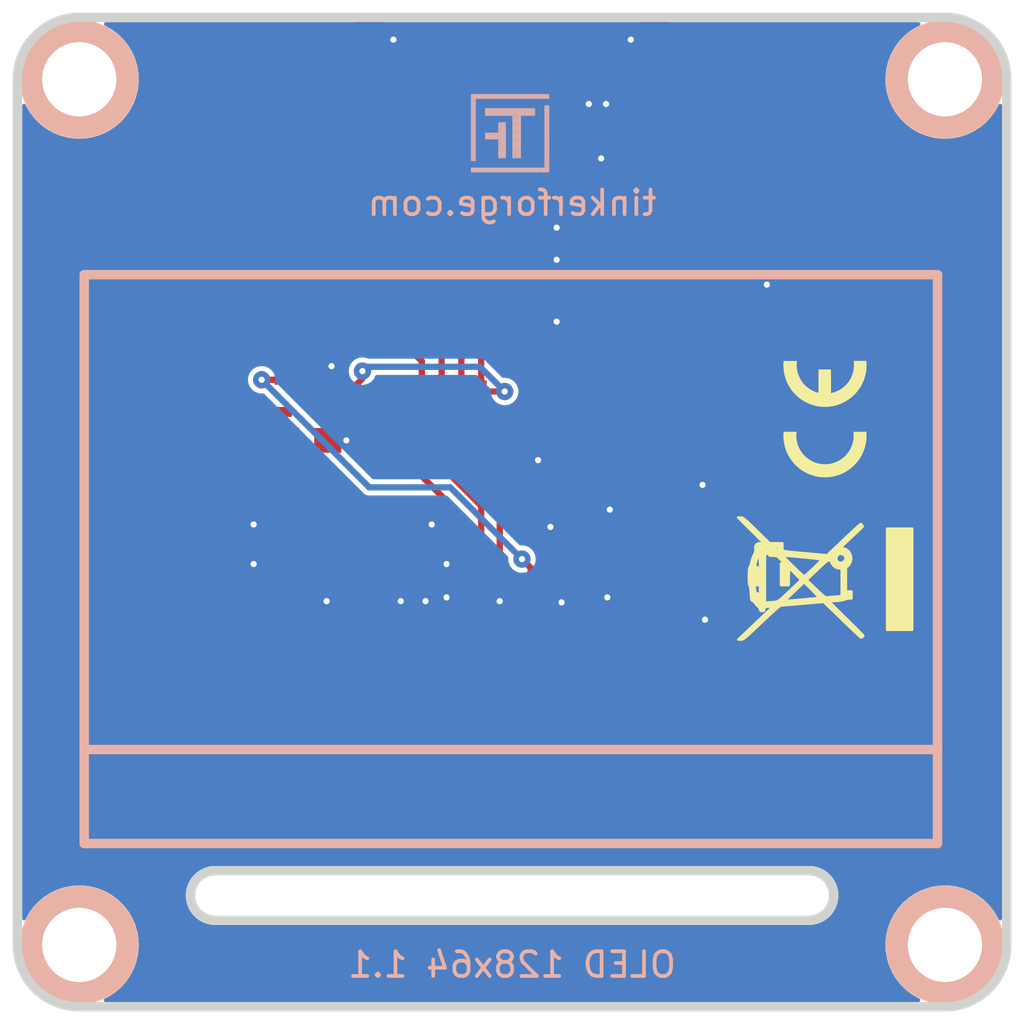
<source format=kicad_pcb>
(kicad_pcb (version 20221018) (generator pcbnew)
  (title_block (title "OLED 128x64 Bricklet") (date "2016-06-17") (rev "1.1") (company "Tinkerforfge GmbH") (comment 1 "Licensed under CERN OHL v.1.1") (comment 2 "Copyright (©) 2016, B.Nordmeyer <bastian@tinkerforge.com>"))
  (layers (0 "F.Cu" signal) (31 "B.Cu" signal) (34 "B.Paste" user) (35 "F.Paste" user) (36 "B.SilkS" user "B.Silkscreen") (37 "F.SilkS" user "F.Silkscreen") (38 "B.Mask" user) (39 "F.Mask" user) (44 "Edge.Cuts" user))
  (net 0 "")
  (net 1 "3V3")
  (net 2 "GND")
  (net 3 "Net-(P1-Pad4)")
  (net 4 "Net-(P1-Pad5)")
  (net 5 "Net-(P1-Pad6)")
  (net 6 "Net-(P1-Pad7)")
  (net 7 "Net-(P1-Pad8)")
  (net 8 "Net-(C7-Pad2)")
  (net 9 "Net-(C10-Pad2)")
  (net 10 "Net-(P1-Pad9)")
  (net 11 "Net-(P1-Pad10)")
  (net 12 "Net-(R1-Pad1)")
  (net 13 "Net-(C8-Pad1)")
  (net 14 "Net-(C8-Pad2)")
  (net 15 "Net-(C11-Pad2)")
  (net 16 "Net-(C10-Pad1)")
  (net 17 "Net-(U2-Pad4)")
  (net 18 "Net-(RP1-Pad5)")
  (net 19 "Net-(RP1-Pad6)")
  (net 20 "Net-(RP1-Pad7)")
  (net 21 "Net-(RP1-Pad8)")
  (net 22 "Net-(P1-Pad1)")
  (net 23 "Net-(U1-Pad7)")
  (net 24 "Net-(U3-Pad7)")
  (net 25 "Net-(U3-Pad20)")
  (footprint "kicad-libraries:CON-SENSOR" (layer "F.Cu") (at 154.1 121.6 180)
    (fp_text reference "P1")
    (fp_text value "CON-SENSOR")
    (pad "1" smd rect (at -4.50088 -4.7752 180) (size 0.59944 1.5494) (layers "F.Cu" "F.Paste" "F.Mask") (net 22 "Net-(P1-Pad1)"))
    (pad "2" smd rect (at -3.50012 -4.7752 180) (size 0.59944 1.5494) (layers "F.Cu" "F.Paste" "F.Mask") (net 2 "GND"))
    (pad "3" smd rect (at -2.49936 -4.7752 180) (size 0.59944 1.5494) (layers "F.Cu" "F.Paste" "F.Mask") (net 1 "3V3"))
    (pad "4" smd rect (at -1.50114 -4.7752 180) (size 0.59944 1.5494) (layers "F.Cu" "F.Paste" "F.Mask") (net 3 "Net-(P1-Pad4)"))
    (pad "5" smd rect (at -0.50038 -4.7752 180) (size 0.59944 1.5494) (layers "F.Cu" "F.Paste" "F.Mask") (net 4 "Net-(P1-Pad5)"))
    (pad "6" smd rect (at 0.50038 -4.7752 180) (size 0.59944 1.5494) (layers "F.Cu" "F.Paste" "F.Mask") (net 5 "Net-(P1-Pad6)"))
    (pad "7" smd rect (at 1.50114 -4.7752 180) (size 0.59944 1.5494) (layers "F.Cu" "F.Paste" "F.Mask") (net 6 "Net-(P1-Pad7)"))
    (pad "8" smd rect (at 2.49936 -4.7752 180) (size 0.59944 1.5494) (layers "F.Cu" "F.Paste" "F.Mask") (net 7 "Net-(P1-Pad8)"))
    (pad "9" smd rect (at 3.50012 -4.7752 180) (size 0.59944 1.5494) (layers "F.Cu" "F.Paste" "F.Mask") (net 10 "Net-(P1-Pad9)"))
    (pad "10" smd rect (at 4.50088 -4.7752 180) (size 0.59944 1.5494) (layers "F.Cu" "F.Paste" "F.Mask") (net 11 "Net-(P1-Pad10)"))
    (pad "EP" smd rect (at -5.79882 -0.89916 180) (size 1.19888 1.80086) (layers "F.Cu" "F.Paste" "F.Mask") (net 2 "GND"))
    (pad "EP" smd rect (at 5.79882 -0.89916 180) (size 1.19888 1.80086) (layers "F.Cu" "F.Paste" "F.Mask") (net 2 "GND"))
  )
  (footprint "kicad-libraries:SOIC8" (layer "F.Cu") (at 159.8 132 -90)
    (fp_text reference "U1")
    (fp_text value "M24C64")
    (pad "1" smd rect (at -1.90246 2.69748 90) (size 0.59944 1.5494) (layers "F.Cu" "F.Paste" "F.Mask") (net 2 "GND"))
    (pad "2" smd rect (at -0.63246 2.69748 90) (size 0.59944 1.5494) (layers "F.Cu" "F.Paste" "F.Mask") (net 2 "GND"))
    (pad "3" smd rect (at 0.63246 2.69748 90) (size 0.59944 1.5494) (layers "F.Cu" "F.Paste" "F.Mask") (net 5 "Net-(P1-Pad6)"))
    (pad "4" smd rect (at 1.90246 2.69748 90) (size 0.59944 1.5494) (layers "F.Cu" "F.Paste" "F.Mask") (net 2 "GND"))
    (pad "5" smd rect (at 1.90246 -2.69748 270) (size 0.59944 1.5494) (layers "F.Cu" "F.Paste" "F.Mask") (net 4 "Net-(P1-Pad5)"))
    (pad "6" smd rect (at 0.63246 -2.69748 270) (size 0.59944 1.5494) (layers "F.Cu" "F.Paste" "F.Mask") (net 3 "Net-(P1-Pad4)"))
    (pad "7" smd rect (at -0.63246 -2.69748 270) (size 0.59944 1.5494) (layers "F.Cu" "F.Paste" "F.Mask") (net 23 "Net-(U1-Pad7)"))
    (pad "8" smd rect (at -1.90246 -2.69748 270) (size 0.59944 1.5494) (layers "F.Cu" "F.Paste" "F.Mask") (net 1 "3V3"))
  )
  (footprint "kicad-libraries:DRILL_NP" (layer "F.Cu") (at 136.6 124.1)
    (fp_text reference "U4" hide)
    (fp_text value "DRILL" hide)
    (pad "" np_thru_hole circle (at 0 0) (size 2.99974 2.99974) (drill 2.99974) (layers "*.Cu" "*.Mask" "F.SilkS") (clearance 0.89916))
  )
  (footprint "kicad-libraries:DRILL_NP" (layer "F.Cu") (at 171.6 124.1)
    (fp_text reference "U5" hide)
    (fp_text value "DRILL" hide)
    (pad "" np_thru_hole circle (at 0 0) (size 2.99974 2.99974) (drill 2.99974) (layers "*.Cu" "*.Mask" "F.SilkS") (clearance 0.89916))
  )
  (footprint "kicad-libraries:DRILL_NP" (layer "F.Cu") (at 171.6 159.1)
    (fp_text reference "U6" hide)
    (fp_text value "DRILL" hide)
    (pad "" np_thru_hole circle (at 0 0) (size 2.99974 2.99974) (drill 2.99974) (layers "*.Cu" "*.Mask" "F.SilkS") (clearance 0.89916))
  )
  (footprint "kicad-libraries:WEEE_7mm" (layer "F.Cu") (at 166.75 144.3 90)
    (fp_text reference "G***" hide)
    (fp_text value "LOGO" hide)
  )
  (footprint "kicad-libraries:CE_5mm" (layer "F.Cu") (at 166.75 137.8 90)
    (fp_text reference "VAL" hide)
    (fp_text value "CE_5mm" hide)
  )
  (footprint "kicad-libraries:Fiducial_Mark" (layer "F.Cu") (at 167.1 123.1)
    (fp_text reference "Fiducial_Mark" hide)
    (fp_text value "VAL**" hide)
    (pad "1" smd circle (at 0 0) (size 1.00076 1.00076) (layers "F.Cu" "F.Mask") (clearance 0.65024))
  )
  (footprint "kicad-libraries:Fiducial_Mark" (layer "F.Cu") (at 141.1 123.1)
    (fp_text reference "Fiducial_Mark" hide)
    (fp_text value "VAL**" hide)
    (pad "1" smd circle (at 0 0) (size 1.00076 1.00076) (layers "F.Cu" "F.Mask") (clearance 0.65024))
  )
  (footprint "kicad-libraries:Fiducial_Mark" (layer "F.Cu") (at 169.6 154.6)
    (fp_text reference "Fiducial_Mark" hide)
    (fp_text value "VAL**" hide)
    (pad "1" smd circle (at 0 0) (size 1.00076 1.00076) (layers "F.Cu" "F.Mask") (clearance 0.65024))
  )
  (footprint "kicad-libraries:0603X4" (layer "F.Cu") (at 151.65 137.575)
    (fp_text reference "RP1")
    (fp_text value "2k2")
    (pad "1" smd rect (at 1.19888 -0.8509) (size 0.44958 0.89916) (layers "F.Cu" "F.Paste" "F.Mask") (net 6 "Net-(P1-Pad7)"))
    (pad "2" smd rect (at 0.39878 -0.8509) (size 0.44958 0.89916) (layers "F.Cu" "F.Paste" "F.Mask") (net 7 "Net-(P1-Pad8)"))
    (pad "3" smd rect (at -0.39878 -0.8509) (size 0.44958 0.89916) (layers "F.Cu" "F.Paste" "F.Mask") (net 10 "Net-(P1-Pad9)"))
    (pad "4" smd rect (at -1.19888 -0.8509) (size 0.44958 0.89916) (layers "F.Cu" "F.Paste" "F.Mask") (net 11 "Net-(P1-Pad10)"))
    (pad "5" smd rect (at -1.19888 0.8509) (size 0.44958 0.89916) (layers "F.Cu" "F.Paste" "F.Mask") (net 18 "Net-(RP1-Pad5)"))
    (pad "6" smd rect (at -0.39878 0.8509) (size 0.44958 0.89916) (layers "F.Cu" "F.Paste" "F.Mask") (net 19 "Net-(RP1-Pad6)"))
    (pad "7" smd rect (at 0.39878 0.8509) (size 0.44958 0.89916) (layers "F.Cu" "F.Paste" "F.Mask") (net 20 "Net-(RP1-Pad7)"))
    (pad "8" smd rect (at 1.19888 0.8509) (size 0.44958 0.89916) (layers "F.Cu" "F.Paste" "F.Mask") (net 21 "Net-(RP1-Pad8)"))
  )
  (footprint "kicad-libraries:DRILL_NP" (layer "F.Cu") (at 136.6 159.1)
    (fp_text reference "U7" hide)
    (fp_text value "DRILL" hide)
    (pad "" np_thru_hole circle (at 0 0) (size 2.99974 2.99974) (drill 2.99974) (layers "*.Cu" "*.Mask" "F.SilkS") (clearance 0.89916))
  )
  (footprint "kicad-libraries:SC70-5" (layer "F.Cu") (at 145.8 136.9 90)
    (fp_text reference "U2")
    (fp_text value "SNGL_NAND")
    (pad "1" smd rect (at -0.65 0.95 90) (size 0.4 0.7) (layers "F.Cu" "F.Paste" "F.Mask") (net 11 "Net-(P1-Pad10)"))
    (pad "2" smd rect (at 0 0.95 90) (size 0.4 0.7) (layers "F.Cu" "F.Paste" "F.Mask") (net 6 "Net-(P1-Pad7)"))
    (pad "3" smd rect (at 0.65 0.95 90) (size 0.4 0.7) (layers "F.Cu" "F.Paste" "F.Mask") (net 2 "GND"))
    (pad "4" smd rect (at 0.65 -0.95 90) (size 0.4 0.7) (layers "F.Cu" "F.Paste" "F.Mask") (net 17 "Net-(U2-Pad4)"))
    (pad "5" smd rect (at -0.65 -0.95 90) (size 0.4 0.7) (layers "F.Cu" "F.Paste" "F.Mask") (net 1 "3V3"))
  )
  (footprint "kicad-libraries:ER-CON30HT-1" (layer "F.Cu") (at 154.1 146.6)
    (fp_text reference "U3")
    (fp_text value "OLED013")
    (pad "" smd rect (at -8.79 2.325) (size 2 3) (layers "F.Cu" "F.Paste" "F.Mask"))
    (pad "" smd rect (at 8.79 2.325) (size 2 3) (layers "F.Cu" "F.Paste" "F.Mask"))
    (pad "1" smd rect (at 7.25 -0.2) (size 0.3 1.6) (layers "F.Cu" "F.Paste" "F.Mask") (net 2 "GND"))
    (pad "2" smd rect (at 6.75 -0.2) (size 0.3 1.6) (layers "F.Cu" "F.Paste" "F.Mask") (net 9 "Net-(C10-Pad2)"))
    (pad "3" smd rect (at 6.25 -0.2) (size 0.3 1.6) (layers "F.Cu" "F.Paste" "F.Mask") (net 16 "Net-(C10-Pad1)"))
    (pad "4" smd rect (at 5.75 -0.2) (size 0.3 1.6) (layers "F.Cu" "F.Paste" "F.Mask") (net 14 "Net-(C8-Pad2)"))
    (pad "5" smd rect (at 5.25 -0.2) (size 0.3 1.6) (layers "F.Cu" "F.Paste" "F.Mask") (net 13 "Net-(C8-Pad1)"))
    (pad "6" smd rect (at 4.75 -0.2) (size 0.3 1.6) (layers "F.Cu" "F.Paste" "F.Mask") (net 1 "3V3"))
    (pad "7" smd rect (at 4.25 -0.2) (size 0.3 1.6) (layers "F.Cu" "F.Paste" "F.Mask") (net 24 "Net-(U3-Pad7)"))
    (pad "8" smd rect (at 3.75 -0.2) (size 0.3 1.6) (layers "F.Cu" "F.Paste" "F.Mask") (net 2 "GND"))
    (pad "9" smd rect (at 3.25 -0.2) (size 0.3 1.6) (layers "F.Cu" "F.Paste" "F.Mask") (net 1 "3V3"))
    (pad "10" smd rect (at 2.75 -0.2) (size 0.3 1.6) (layers "F.Cu" "F.Paste" "F.Mask") (net 2 "GND"))
    (pad "11" smd rect (at 2.25 -0.2) (size 0.3 1.6) (layers "F.Cu" "F.Paste" "F.Mask") (net 2 "GND"))
    (pad "12" smd rect (at 1.75 -0.2) (size 0.3 1.6) (layers "F.Cu" "F.Paste" "F.Mask") (net 2 "GND"))
    (pad "13" smd rect (at 1.25 -0.2) (size 0.3 1.6) (layers "F.Cu" "F.Paste" "F.Mask") (net 21 "Net-(RP1-Pad8)"))
    (pad "14" smd rect (at 0.75 -0.2) (size 0.3 1.6) (layers "F.Cu" "F.Paste" "F.Mask") (net 17 "Net-(U2-Pad4)"))
    (pad "15" smd rect (at 0.25 -0.2) (size 0.3 1.6) (layers "F.Cu" "F.Paste" "F.Mask") (net 20 "Net-(RP1-Pad7)"))
    (pad "16" smd rect (at -0.25 -0.2) (size 0.3 1.6) (layers "F.Cu" "F.Paste" "F.Mask") (net 2 "GND"))
    (pad "17" smd rect (at -0.75 -0.2) (size 0.3 1.6) (layers "F.Cu" "F.Paste" "F.Mask") (net 2 "GND"))
    (pad "18" smd rect (at -1.25 -0.2) (size 0.3 1.6) (layers "F.Cu" "F.Paste" "F.Mask") (net 19 "Net-(RP1-Pad6)"))
    (pad "19" smd rect (at -1.75 -0.2) (size 0.3 1.6) (layers "F.Cu" "F.Paste" "F.Mask") (net 18 "Net-(RP1-Pad5)"))
    (pad "20" smd rect (at -2.25 -0.2) (size 0.3 1.6) (layers "F.Cu" "F.Paste" "F.Mask") (net 25 "Net-(U3-Pad20)"))
    (pad "21" smd rect (at -2.75 -0.2) (size 0.3 1.6) (layers "F.Cu" "F.Paste" "F.Mask") (net 2 "GND"))
    (pad "22" smd rect (at -3.25 -0.2) (size 0.3 1.6) (layers "F.Cu" "F.Paste" "F.Mask") (net 2 "GND"))
    (pad "23" smd rect (at -3.75 -0.2) (size 0.3 1.6) (layers "F.Cu" "F.Paste" "F.Mask") (net 2 "GND"))
    (pad "24" smd rect (at -4.24 -0.2) (size 0.3 1.6) (layers "F.Cu" "F.Paste" "F.Mask") (net 2 "GND"))
    (pad "25" smd rect (at -4.75 -0.2) (size 0.3 1.6) (layers "F.Cu" "F.Paste" "F.Mask") (net 2 "GND"))
    (pad "26" smd rect (at -5.25 -0.2) (size 0.3 1.6) (layers "F.Cu" "F.Paste" "F.Mask") (net 12 "Net-(R1-Pad1)"))
    (pad "27" smd rect (at -5.75 -0.2) (size 0.3 1.6) (layers "F.Cu" "F.Paste" "F.Mask") (net 8 "Net-(C7-Pad2)"))
    (pad "28" smd rect (at -6.25 -0.2) (size 0.3 1.6) (layers "F.Cu" "F.Paste" "F.Mask") (net 15 "Net-(C11-Pad2)"))
    (pad "29" smd rect (at -6.75 -0.2) (size 0.3 1.6) (layers "F.Cu" "F.Paste" "F.Mask") (net 2 "GND"))
    (pad "30" smd rect (at -7.25 -0.2) (size 0.3 1.6) (layers "F.Cu" "F.Paste" "F.Mask") (net 2 "GND"))
  )
  (footprint "kicad-libraries:C0603E" (layer "F.Cu") (at 164.4 130.9 90)
    (fp_text reference "C1")
    (fp_text value "100nF")
    (pad "1" smd rect (at -0.8501 0 90) (size 1.1 1) (layers "F.Cu" "F.Paste" "F.Mask") (net 2 "GND"))
    (pad "2" smd rect (at 0.8501 0 90) (size 1.1 1) (layers "F.Cu" "F.Paste" "F.Mask") (net 1 "3V3"))
  )
  (footprint "kicad-libraries:C0603E" (layer "F.Cu") (at 145.8 138.7 180)
    (fp_text reference "C2")
    (fp_text value "100nF")
    (pad "1" smd rect (at -0.8501 0 180) (size 1.1 1) (layers "F.Cu" "F.Paste" "F.Mask") (net 2 "GND"))
    (pad "2" smd rect (at 0.8501 0 180) (size 1.1 1) (layers "F.Cu" "F.Paste" "F.Mask") (net 1 "3V3"))
  )
  (footprint "kicad-libraries:C0805" (layer "F.Cu") (at 156.15 140.5)
    (fp_text reference "C3")
    (fp_text value "4.7µF/25V")
    (pad "1" smd rect (at -1.00076 0) (size 1.00076 1.24968) (layers "F.Cu" "F.Paste" "F.Mask") (net 2 "GND") (clearance 0.14986))
    (pad "2" smd rect (at 1.00076 0) (size 1.00076 1.24968) (layers "F.Cu" "F.Paste" "F.Mask") (net 1 "3V3") (clearance 0.14986))
  )
  (footprint "kicad-libraries:C0603E" (layer "F.Cu") (at 156.5 143.05 -90)
    (fp_text reference "C4")
    (fp_text value "100nF")
    (pad "1" smd rect (at -0.8501 0 270) (size 1.1 1) (layers "F.Cu" "F.Paste" "F.Mask") (net 2 "GND"))
    (pad "2" smd rect (at 0.8501 0 270) (size 1.1 1) (layers "F.Cu" "F.Paste" "F.Mask") (net 1 "3V3"))
  )
  (footprint "kicad-libraries:C0805" (layer "F.Cu") (at 159.95 140.5 180)
    (fp_text reference "C5")
    (fp_text value "4.7µF/25V")
    (pad "1" smd rect (at -1.00076 0 180) (size 1.00076 1.24968) (layers "F.Cu" "F.Paste" "F.Mask") (net 2 "GND") (clearance 0.14986))
    (pad "2" smd rect (at 1.00076 0 180) (size 1.00076 1.24968) (layers "F.Cu" "F.Paste" "F.Mask") (net 1 "3V3") (clearance 0.14986))
  )
  (footprint "kicad-libraries:C0603E" (layer "F.Cu") (at 158.25 143.05 -90)
    (fp_text reference "C6")
    (fp_text value "100nF")
    (pad "1" smd rect (at -0.8501 0 270) (size 1.1 1) (layers "F.Cu" "F.Paste" "F.Mask") (net 2 "GND"))
    (pad "2" smd rect (at 0.8501 0 270) (size 1.1 1) (layers "F.Cu" "F.Paste" "F.Mask") (net 1 "3V3"))
  )
  (footprint "kicad-libraries:C0805" (layer "F.Cu") (at 149 142.1 180)
    (fp_text reference "C7")
    (fp_text value "4.7µF/25V")
    (pad "1" smd rect (at -1.00076 0 180) (size 1.00076 1.24968) (layers "F.Cu" "F.Paste" "F.Mask") (net 2 "GND") (clearance 0.14986))
    (pad "2" smd rect (at 1.00076 0 180) (size 1.00076 1.24968) (layers "F.Cu" "F.Paste" "F.Mask") (net 8 "Net-(C7-Pad2)") (clearance 0.14986))
  )
  (footprint "kicad-libraries:C0603E" (layer "F.Cu") (at 160.3 143.05 -90)
    (fp_text reference "C8")
    (fp_text value "1µF")
    (pad "1" smd rect (at -0.8501 0 270) (size 1.1 1) (layers "F.Cu" "F.Paste" "F.Mask") (net 13 "Net-(C8-Pad1)"))
    (pad "2" smd rect (at 0.8501 0 270) (size 1.1 1) (layers "F.Cu" "F.Paste" "F.Mask") (net 14 "Net-(C8-Pad2)"))
  )
  (footprint "kicad-libraries:C0805" (layer "F.Cu") (at 145.5 142.1)
    (fp_text reference "C9")
    (fp_text value "10µF")
    (pad "1" smd rect (at -1.00076 0) (size 1.00076 1.24968) (layers "F.Cu" "F.Paste" "F.Mask") (net 2 "GND") (clearance 0.14986))
    (pad "2" smd rect (at 1.00076 0) (size 1.00076 1.24968) (layers "F.Cu" "F.Paste" "F.Mask") (net 15 "Net-(C11-Pad2)") (clearance 0.14986))
  )
  (footprint "kicad-libraries:C0603E" (layer "F.Cu") (at 161.8 143.05 90)
    (fp_text reference "C10")
    (fp_text value "1µF")
    (pad "1" smd rect (at -0.8501 0 90) (size 1.1 1) (layers "F.Cu" "F.Paste" "F.Mask") (net 16 "Net-(C10-Pad1)"))
    (pad "2" smd rect (at 0.8501 0 90) (size 1.1 1) (layers "F.Cu" "F.Paste" "F.Mask") (net 9 "Net-(C10-Pad2)"))
  )
  (footprint "kicad-libraries:C0603E" (layer "F.Cu") (at 145.4 143.7)
    (fp_text reference "C11")
    (fp_text value "100nF")
    (pad "1" smd rect (at -0.8501 0) (size 1.1 1) (layers "F.Cu" "F.Paste" "F.Mask") (net 2 "GND"))
    (pad "2" smd rect (at 0.8501 0) (size 1.1 1) (layers "F.Cu" "F.Paste" "F.Mask") (net 15 "Net-(C11-Pad2)"))
  )
  (footprint "kicad-libraries:R0603E" (layer "F.Cu") (at 149.7 143.7)
    (fp_text reference "R1")
    (fp_text value "390k")
    (pad "1" smd rect (at -0.8501 0) (size 1.1 1) (layers "F.Cu" "F.Paste" "F.Mask") (net 12 "Net-(R1-Pad1)"))
    (pad "2" smd rect (at 0.8501 0) (size 1.1 1) (layers "F.Cu" "F.Paste" "F.Mask") (net 2 "GND"))
  )
  (footprint "kicad-libraries:Logo_31x31" (layer "B.Cu") (at 155.6 124.7 180)
    (fp_text reference "G***" hide)
    (fp_text value "LOGO" hide)
  )
  (gr_line (start 136.8 155) (end 171.3 155) (stroke (width 0.381)) (layer "B.SilkS"))
  (gr_line (start 136.8 132) (end 171.3 132) (stroke (width 0.381)) (layer "B.SilkS"))
  (gr_line (start 171.3 132) (end 171.3 151.2) (stroke (width 0.381)) (layer "B.SilkS"))
  (gr_line (start 171.3 155) (end 171.3 151.2) (stroke (width 0.381)) (layer "B.SilkS"))
  (gr_line (start 136.8 151.2) (end 136.8 132) (stroke (width 0.381)) (layer "B.SilkS"))
  (gr_line (start 171.3 151.2) (end 136.8 151.2) (stroke (width 0.381)) (layer "B.SilkS"))
  (gr_line (start 136.8 151.2) (end 136.8 155) (stroke (width 0.381)) (layer "B.SilkS"))
  (gr_arc (start 141.1 157.1) (mid 141.392893 156.392893) (end 142.1 156.1) (stroke (width 0.381)) (layer "Edge.Cuts"))
  (gr_line (start 166.1 158.1) (end 142.1 158.1) (stroke (width 0.381)) (layer "Edge.Cuts"))
  (gr_line (start 174.1 159.1) (end 174.1 124.1) (stroke (width 0.381)) (layer "Edge.Cuts"))
  (gr_line (start 171.6 121.6) (end 136.6 121.6) (stroke (width 0.381)) (layer "Edge.Cuts"))
  (gr_line (start 142.1 156.1) (end 166.1 156.1) (stroke (width 0.381)) (layer "Edge.Cuts"))
  (gr_arc (start 142.1 158.1) (mid 141.392893 157.807107) (end 141.1 157.1) (stroke (width 0.381)) (layer "Edge.Cuts"))
  (gr_arc (start 171.6 121.6) (mid 173.367767 122.332233) (end 174.1 124.1) (stroke (width 0.381)) (layer "Edge.Cuts"))
  (gr_line (start 134.1 124.1) (end 134.1 159.1) (stroke (width 0.381)) (layer "Edge.Cuts"))
  (gr_arc (start 166.1 156.1) (mid 166.807107 156.392893) (end 167.1 157.1) (stroke (width 0.381)) (layer "Edge.Cuts"))
  (gr_arc (start 134.1 124.1) (mid 134.832233 122.332233) (end 136.6 121.6) (stroke (width 0.381)) (layer "Edge.Cuts"))
  (gr_arc (start 167.1 157.1) (mid 166.807107 157.807107) (end 166.1 158.1) (stroke (width 0.381)) (layer "Edge.Cuts"))
  (gr_arc (start 136.6 161.6) (mid 134.832233 160.867767) (end 134.1 159.1) (stroke (width 0.381)) (layer "Edge.Cuts"))
  (gr_arc (start 174.1 159.1) (mid 173.367767 160.867767) (end 171.6 161.6) (stroke (width 0.381)) (layer "Edge.Cuts"))
  (gr_line (start 136.6 161.6) (end 171.6 161.6) (stroke (width 0.381)) (layer "Edge.Cuts"))
  (gr_text "OLED 128x64 1.1" (at 154.1 159.9) (layer "B.SilkS") (effects (font (size 1 1)) (justify mirror)))
  (gr_text "tinkerforge.com" (at 154.1 129.1) (layer "B.SilkS") (effects (font (size 1 1)) (justify mirror)))
  (segment (start 156.59936 127.39936) (end 157.3 128.1) (width 0.5) (layer "F.Cu") (net 1))
  (segment (start 157.3 128.1) (end 163.4 128.1) (width 0.5) (layer "F.Cu") (net 1))
  (segment (start 163.4 128.1) (end 164.4 129.1) (width 0.5) (layer "F.Cu") (net 1))
  (segment (start 164.4 129.1) (end 164.4 130.0999) (width 0.5) (layer "F.Cu") (net 1))
  (segment (start 164.39764 130.09754) (end 164.4 130.0999) (width 0.254) (layer "F.Cu") (net 1))
  (segment (start 144.85 138.5501) (end 144.9999 138.7) (width 0.254) (layer "F.Cu") (net 1))
  (segment (start 156.59936 125.59936) (end 155.5 124.5) (width 0.45) (layer "F.Cu") (net 1))
  (segment (start 155.5 124.5) (end 148.8 124.5) (width 0.45) (layer "F.Cu") (net 1))
  (segment (start 148.8 124.5) (end 142.4 130.9) (width 0.45) (layer "F.Cu") (net 1))
  (segment (start 142.4 130.9) (end 142.4 137.4) (width 0.45) (layer "F.Cu") (net 1))
  (segment (start 142.4 137.4) (end 143.7 138.7) (width 0.45) (layer "F.Cu") (net 1))
  (segment (start 143.7 138.7) (end 144.9999 138.7) (width 0.45) (layer "F.Cu") (net 1))
  (segment (start 158.85 144.95) (end 158.25 144.35) (width 0.254) (layer "F.Cu") (net 1))
  (segment (start 158.25 144.35) (end 158.25 143.9001) (width 0.254) (layer "F.Cu") (net 1))
  (segment (start 158.25 143.7) (end 159.15 142.8) (width 0.254) (layer "F.Cu") (net 1))
  (segment (start 159.15 142.8) (end 159.15 140.70076) (width 0.254) (layer "F.Cu") (net 1))
  (segment (start 159.15 140.70076) (end 158.94924 140.5) (width 0.254) (layer "F.Cu") (net 1))
  (segment (start 157.35 145.5) (end 156.5 144.65) (width 0.254) (layer "F.Cu") (net 1))
  (segment (start 156.5 144.65) (end 156.5 143.9001) (width 0.254) (layer "F.Cu") (net 1))
  (segment (start 156.6499 143.9001) (end 157.35 143.2) (width 0.254) (layer "F.Cu") (net 1))
  (segment (start 157.35 143.2) (end 157.35 140.69924) (width 0.254) (layer "F.Cu") (net 1))
  (segment (start 157.35 140.69924) (end 157.15076 140.5) (width 0.254) (layer "F.Cu") (net 1))
  (segment (start 166.4 128.1) (end 167.65 129.35) (width 0.5) (layer "F.Cu") (net 1))
  (segment (start 167.65 129.35) (end 167.65 136.05) (width 0.5) (layer "F.Cu") (net 1))
  (segment (start 167.65 136.05) (end 165.9 137.8) (width 0.5) (layer "F.Cu") (net 1))
  (segment (start 165.9 137.8) (end 158.65 137.8) (width 0.5) (layer "F.Cu") (net 1))
  (segment (start 158.65 137.8) (end 158.1 138.35) (width 0.5) (layer "F.Cu") (net 1))
  (segment (start 158.1 138.35) (end 158.1 139.55076) (width 0.5) (layer "F.Cu") (net 1))
  (segment (start 158.1 139.55076) (end 157.15076 140.5) (width 0.5) (layer "F.Cu") (net 1))
  (segment (start 158.1 139.65076) (end 158.94924 140.5) (width 0.5) (layer "F.Cu") (net 1))
  (segment (start 144.85 137.55) (end 144.85 138.5501) (width 0.254) (layer "F.Cu") (net 1))
  (segment (start 162.49748 130.09754) (end 164.39764 130.09754) (width 0.254) (layer "F.Cu") (net 1))
  (segment (start 158.25 143.9001) (end 158.25 143.7) (width 0.254) (layer "F.Cu") (net 1))
  (segment (start 156.5 143.9001) (end 156.6499 143.9001) (width 0.254) (layer "F.Cu") (net 1))
  (segment (start 158.1 139.55076) (end 158.1 139.65076) (width 0.5) (layer "F.Cu") (net 1))
  (segment (start 157.35 146.4) (end 157.35 145.5) (width 0.254) (layer "F.Cu") (net 1))
  (segment (start 156.59936 126.3752) (end 156.59936 125.59936) (width 0.45) (layer "F.Cu") (net 1))
  (segment (start 163.4 128.1) (end 166.4 128.1) (width 0.5) (layer "F.Cu") (net 1))
  (segment (start 156.59936 126.3752) (end 156.59936 127.39936) (width 0.5) (layer "F.Cu") (net 1))
  (segment (start 158.85 146.4) (end 158.85 144.95) (width 0.254) (layer "F.Cu") (net 1))
  (segment (start 157.60012 125.50012) (end 157.2 125.1) (width 0.5) (layer "F.Cu") (net 2))
  (segment (start 157.60012 125.39988) (end 157.9 125.1) (width 0.5) (layer "F.Cu") (net 2))
  (segment (start 157.60012 127.20012) (end 157.7 127.3) (width 0.5) (layer "F.Cu") (net 2))
  (segment (start 155.90246 130.09754) (end 155.9 130.1) (width 0.254) (layer "F.Cu") (net 2))
  (segment (start 155.93246 131.36754) (end 155.9 131.4) (width 0.254) (layer "F.Cu") (net 2))
  (segment (start 155.90246 133.90246) (end 155.9 133.9) (width 0.254) (layer "F.Cu") (net 2))
  (segment (start 158.90084 122.49916) (end 158.9 122.5) (width 0.254) (layer "F.Cu") (net 2))
  (segment (start 149.29916 122.49916) (end 149.3 122.5) (width 0.254) (layer "F.Cu") (net 2))
  (segment (start 146.75 135.75) (end 146.8 135.7) (width 0.254) (layer "F.Cu") (net 2))
  (segment (start 149.35 145.45) (end 149.6 145.2) (width 0.254) (layer "F.Cu") (net 2))
  (segment (start 149.86 145.46) (end 149.6 145.2) (width 0.254) (layer "F.Cu") (net 2))
  (segment (start 150.35 145.45) (end 150.6 145.2) (width 0.254) (layer "F.Cu") (net 2))
  (segment (start 150.85 145.45) (end 150.6 145.2) (width 0.254) (layer "F.Cu") (net 2))
  (segment (start 151.35 145.15) (end 151.45 145.05) (width 0.254) (layer "F.Cu") (net 2))
  (segment (start 146.95 145.2) (end 147.35 145.6) (width 0.254) (layer "F.Cu") (net 2))
  (segment (start 146.95 145.2) (end 146.6 145.2) (width 0.254) (layer "F.Cu") (net 2))
  (segment (start 146.85 145.45) (end 146.6 145.2) (width 0.254) (layer "F.Cu") (net 2))
  (segment (start 153.35 145.45) (end 153.6 145.2) (width 0.254) (layer "F.Cu") (net 2))
  (segment (start 153.85 145.45) (end 153.6 145.2) (width 0.254) (layer "F.Cu") (net 2))
  (segment (start 156.35 145.5) (end 156.1 145.25) (width 0.254) (layer "F.Cu") (net 2))
  (segment (start 156.85 145.65) (end 156.45 145.25) (width 0.254) (layer "F.Cu") (net 2))
  (segment (start 156.45 145.25) (end 156.1 145.25) (width 0.254) (layer "F.Cu") (net 2))
  (segment (start 155.85 145.5) (end 156.1 145.25) (width 0.254) (layer "F.Cu") (net 2))
  (segment (start 157.85 145.15) (end 157.95 145.05) (width 0.254) (layer "F.Cu") (net 2))
  (segment (start 161.35 146.2) (end 161.6 145.95) (width 0.254) (layer "F.Cu") (net 2))
  (segment (start 161.6 145.95) (end 161.9 145.95) (width 0.254) (layer "F.Cu") (net 2))
  (segment (start 155.6501 142.1999) (end 155.65 142.2) (width 0.7) (layer "F.Cu") (net 2))
  (segment (start 155.14924 139.50076) (end 155.15 139.5) (width 0.7) (layer "F.Cu") (net 2))
  (segment (start 158.25 141.7) (end 158.05 141.5) (width 0.5) (layer "F.Cu") (net 2))
  (segment (start 151.35 146.4) (end 151.35 145.15) (width 0.254) (layer "F.Cu") (net 2))
  (segment (start 155.85 146.4) (end 155.85 145.5) (width 0.254) (layer "F.Cu") (net 2))
  (segment (start 150.5501 143.7) (end 151.45 143.7) (width 0.7) (layer "F.Cu") (net 2))
  (segment (start 157.60012 126.3752) (end 157.60012 125.39988) (width 0.5) (layer "F.Cu") (net 2))
  (segment (start 156.85 146.4) (end 156.85 145.65) (width 0.254) (layer "F.Cu") (net 2))
  (segment (start 155.14924 140.5) (end 155.14924 139.50076) (width 0.7) (layer "F.Cu") (net 2))
  (segment (start 146.75 136.25) (end 146.75 135.75) (width 0.254) (layer "F.Cu") (net 2))
  (segment (start 144.5499 143.7) (end 143.65 143.7) (width 0.7) (layer "F.Cu") (net 2))
  (segment (start 150.35 145.45) (end 150.35 146.4) (width 0.254) (layer "F.Cu") (net 2))
  (segment (start 159.89882 122.49916) (end 158.90084 122.49916) (width 0.254) (layer "F.Cu") (net 2))
  (segment (start 156.35 146.4) (end 156.35 145.5) (width 0.254) (layer "F.Cu") (net 2))
  (segment (start 161.35 146.4) (end 161.35 146.2) (width 0.254) (layer "F.Cu") (net 2))
  (segment (start 153.85 146.4) (end 153.85 145.45) (width 0.254) (layer "F.Cu") (net 2))
  (segment (start 164.4 131.7001) (end 164.4 132.4) (width 0.254) (layer "F.Cu") (net 2))
  (segment (start 157.10252 131.36754) (end 155.93246 131.36754) (width 0.254) (layer "F.Cu") (net 2))
  (segment (start 147.35 146.4) (end 147.35 145.6) (width 0.254) (layer "F.Cu") (net 2))
  (segment (start 150.00076 142.1) (end 150.85 142.1) (width 0.7) (layer "F.Cu") (net 2))
  (segment (start 148.30118 122.49916) (end 149.29916 122.49916) (width 0.254) (layer "F.Cu") (net 2))
  (segment (start 158.25 142.1999) (end 158.25 141.7) (width 0.5) (layer "F.Cu") (net 2))
  (segment (start 149.86 146.4) (end 149.86 145.46) (width 0.254) (layer "F.Cu") (net 2))
  (segment (start 157.85 146.4) (end 157.85 145.15) (width 0.254) (layer "F.Cu") (net 2))
  (segment (start 156.5 142.1999) (end 155.6501 142.1999) (width 0.7) (layer "F.Cu") (net 2))
  (segment (start 157.60012 126.3752) (end 157.60012 127.20012) (width 0.5) (layer "F.Cu") (net 2))
  (segment (start 149.35 145.45) (end 149.35 146.4) (width 0.254) (layer "F.Cu") (net 2))
  (segment (start 146.6001 138.7) (end 147.4 138.7) (width 0.254) (layer "F.Cu") (net 2))
  (segment (start 144.49924 142.1) (end 143.65 142.1) (width 0.7) (layer "F.Cu") (net 2))
  (segment (start 150.85 146.4) (end 150.85 145.45) (width 0.254) (layer "F.Cu") (net 2))
  (segment (start 157.60012 126.3752) (end 157.60012 125.50012) (width 0.5) (layer "F.Cu") (net 2))
  (segment (start 146.85 146.4) (end 146.85 145.45) (width 0.254) (layer "F.Cu") (net 2))
  (segment (start 157.10252 130.09754) (end 155.90246 130.09754) (width 0.254) (layer "F.Cu") (net 2))
  (segment (start 160.95076 140.5) (end 161.8 140.5) (width 0.7) (layer "F.Cu") (net 2))
  (segment (start 153.35 145.45) (end 153.35 146.4) (width 0.254) (layer "F.Cu") (net 2))
  (segment (start 157.10252 133.90246) (end 155.90246 133.90246) (width 0.254) (layer "F.Cu") (net 2))
  (via (at 164.4 132.4) (size 0.7) (drill 0.25) (layers "F.Cu" "B.Cu") (net 2))
  (via (at 157.2 125.1) (size 0.7) (drill 0.25) (layers "F.Cu" "B.Cu") (net 2))
  (via (at 149.6 145.2) (size 0.7) (drill 0.25) (layers "F.Cu" "B.Cu") (net 2))
  (via (at 161.9 145.95) (size 0.7) (drill 0.25) (layers "F.Cu" "B.Cu") (net 2))
  (via (at 156.1 145.25) (size 0.7) (drill 0.25) (layers "F.Cu" "B.Cu") (net 2))
  (via (at 158.05 141.5) (size 0.7) (drill 0.25) (layers "F.Cu" "B.Cu") (net 2))
  (via (at 150.6 145.2) (size 0.7) (drill 0.25) (layers "F.Cu" "B.Cu") (net 2))
  (via (at 155.65 142.2) (size 0.7) (drill 0.25) (layers "F.Cu" "B.Cu") (net 2))
  (via (at 158.9 122.5) (size 0.7) (drill 0.25) (layers "F.Cu" "B.Cu") (net 2))
  (via (at 146.6 145.2) (size 0.7) (drill 0.25) (layers "F.Cu" "B.Cu") (net 2))
  (via (at 155.15 139.5) (size 0.7) (drill 0.25) (layers "F.Cu" "B.Cu") (net 2))
  (via (at 155.9 130.1) (size 0.7) (drill 0.25) (layers "F.Cu" "B.Cu") (net 2))
  (via (at 157.95 145.05) (size 0.7) (drill 0.25) (layers "F.Cu" "B.Cu") (net 2))
  (via (at 151.45 143.7) (size 0.7) (drill 0.25) (layers "F.Cu" "B.Cu") (net 2))
  (via (at 149.3 122.5) (size 0.7) (drill 0.25) (layers "F.Cu" "B.Cu") (net 2))
  (via (at 146.8 135.7) (size 0.7) (drill 0.25) (layers "F.Cu" "B.Cu") (net 2))
  (via (at 153.6 145.2) (size 0.7) (drill 0.25) (layers "F.Cu" "B.Cu") (net 2))
  (via (at 155.9 133.9) (size 0.7) (drill 0.25) (layers "F.Cu" "B.Cu") (net 2))
  (via (at 143.65 143.7) (size 0.7) (drill 0.25) (layers "F.Cu" "B.Cu") (net 2))
  (via (at 151.45 145.05) (size 0.7) (drill 0.25) (layers "F.Cu" "B.Cu") (net 2))
  (via (at 150.85 142.1) (size 0.7) (drill 0.25) (layers "F.Cu" "B.Cu") (net 2))
  (via (at 157.9 125.1) (size 0.7) (drill 0.25) (layers "F.Cu" "B.Cu") (net 2))
  (via (at 155.9 131.4) (size 0.7) (drill 0.25) (layers "F.Cu" "B.Cu") (net 2))
  (via (at 147.4 138.7) (size 0.7) (drill 0.25) (layers "F.Cu" "B.Cu") (net 2))
  (via (at 143.65 142.1) (size 0.7) (drill 0.25) (layers "F.Cu" "B.Cu") (net 2))
  (via (at 161.8 140.5) (size 0.7) (drill 0.25) (layers "F.Cu" "B.Cu") (net 2))
  (via (at 157.7 127.3) (size 0.7) (drill 0.25) (layers "F.Cu" "B.Cu") (net 2))
  (segment (start 155.60114 127.40114) (end 156.9 128.7) (width 0.254) (layer "F.Cu") (net 3))
  (segment (start 156.9 128.7) (end 158.7 128.7) (width 0.254) (layer "F.Cu") (net 3))
  (segment (start 158.7 128.7) (end 160.1 130.1) (width 0.254) (layer "F.Cu") (net 3))
  (segment (start 160.1 130.1) (end 160.1 132.1) (width 0.254) (layer "F.Cu") (net 3))
  (segment (start 160.1 132.1) (end 160.63246 132.63246) (width 0.254) (layer "F.Cu") (net 3))
  (segment (start 160.63246 132.63246) (end 162.49748 132.63246) (width 0.254) (layer "F.Cu") (net 3))
  (segment (start 155.60114 126.3752) (end 155.60114 127.40114) (width 0.254) (layer "F.Cu") (net 3))
  (segment (start 154.60038 127.40038) (end 156.5 129.3) (width 0.254) (layer "F.Cu") (net 4))
  (segment (start 156.5 129.3) (end 158.3 129.3) (width 0.254) (layer "F.Cu") (net 4))
  (segment (start 158.3 129.3) (end 159.5 130.5) (width 0.254) (layer "F.Cu") (net 4))
  (segment (start 159.5 130.5) (end 159.5 132.7) (width 0.254) (layer "F.Cu") (net 4))
  (segment (start 159.5 132.7) (end 160.70246 133.90246) (width 0.254) (layer "F.Cu") (net 4))
  (segment (start 160.70246 133.90246) (end 162.49748 133.90246) (width 0.254) (layer "F.Cu") (net 4))
  (segment (start 154.60038 126.3752) (end 154.60038 127.40038) (width 0.254) (layer "F.Cu") (net 4))
  (segment (start 153.59962 131.19962) (end 155.03246 132.63246) (width 0.254) (layer "F.Cu") (net 5))
  (segment (start 155.03246 132.63246) (end 157.10252 132.63246) (width 0.254) (layer "F.Cu") (net 5))
  (segment (start 153.59962 126.3752) (end 153.59962 131.19962) (width 0.254) (layer "F.Cu") (net 5))
  (segment (start 152.84888 130.97388) (end 152.59886 130.72386) (width 0.254) (layer "F.Cu") (net 6))
  (segment (start 152.59886 130.72386) (end 152.59886 126.3752) (width 0.254) (layer "F.Cu") (net 6))
  (segment (start 147.35 136.9) (end 148.05 136.2) (width 0.254) (layer "F.Cu") (net 6))
  (segment (start 148.05 136.2) (end 148.05 135.9) (width 0.254) (layer "F.Cu") (net 6))
  (segment (start 153.8 136.725) (end 153.7991 136.7241) (width 0.254) (layer "F.Cu") (net 6))
  (segment (start 153.7991 136.7241) (end 152.84888 136.7241) (width 0.254) (layer "F.Cu") (net 6))
  (segment (start 146.75 136.9) (end 147.35 136.9) (width 0.254) (layer "F.Cu") (net 6))
  (segment (start 152.84888 136.7241) (end 152.84888 130.97388) (width 0.254) (layer "F.Cu") (net 6))
  (via (at 153.8 136.725) (size 0.7) (drill 0.25) (layers "F.Cu" "B.Cu") (net 6))
  (via (at 148.05 135.9) (size 0.7) (drill 0.25) (layers "F.Cu" "B.Cu") (net 6))
  (segment (start 148.05 135.9) (end 148.225 135.725) (width 0.254) (layer "B.Cu") (net 6))
  (segment (start 148.225 135.725) (end 152.8 135.725) (width 0.254) (layer "B.Cu") (net 6))
  (segment (start 152.8 135.725) (end 153.8 136.725) (width 0.254) (layer "B.Cu") (net 6))
  (segment (start 152.04878 133.87378) (end 151.725 133.55) (width 0.254) (layer "F.Cu") (net 7))
  (segment (start 151.725 133.55) (end 151.725 126.49956) (width 0.254) (layer "F.Cu") (net 7))
  (segment (start 151.725 126.49956) (end 151.60064 126.3752) (width 0.254) (layer "F.Cu") (net 7))
  (segment (start 152.04878 136.7241) (end 152.04878 133.87378) (width 0.254) (layer "F.Cu") (net 7))
  (segment (start 148.35 145.25) (end 147.8 144.7) (width 0.254) (layer "F.Cu") (net 8))
  (segment (start 147.8 144.7) (end 147.8 142.29924) (width 0.254) (layer "F.Cu") (net 8))
  (segment (start 147.8 142.29924) (end 147.99924 142.1) (width 0.254) (layer "F.Cu") (net 8))
  (segment (start 148.35 146.4) (end 148.35 145.25) (width 0.254) (layer "F.Cu") (net 8))
  (segment (start 160.85 145.494002) (end 161.094002 145.25) (width 0.254) (layer "F.Cu") (net 9))
  (segment (start 161.094002 145.25) (end 162.15 145.25) (width 0.254) (layer "F.Cu") (net 9))
  (segment (start 162.15 145.25) (end 162.65 144.75) (width 0.254) (layer "F.Cu") (net 9))
  (segment (start 162.65 144.75) (end 162.65 143.0499) (width 0.254) (layer "F.Cu") (net 9))
  (segment (start 162.65 143.0499) (end 161.8 142.1999) (width 0.254) (layer "F.Cu") (net 9))
  (segment (start 160.85 146.4) (end 160.85 145.494002) (width 0.254) (layer "F.Cu") (net 9))
  (segment (start 151.25122 134.47622) (end 150.59988 133.82488) (width 0.254) (layer "F.Cu") (net 10))
  (segment (start 150.59988 133.82488) (end 150.59988 126.3752) (width 0.254) (layer "F.Cu") (net 10))
  (segment (start 151.25122 136.7241) (end 151.25122 134.47622) (width 0.254) (layer "F.Cu") (net 10))
  (segment (start 150.45112 135.50112) (end 149.65 134.7) (width 0.254) (layer "F.Cu") (net 11))
  (segment (start 149.65 134.7) (end 149.65 126.42608) (width 0.254) (layer "F.Cu") (net 11))
  (segment (start 149.65 126.42608) (end 149.59912 126.3752) (width 0.254) (layer "F.Cu") (net 11))
  (segment (start 147.975 137.55) (end 148.8009 136.7241) (width 0.254) (layer "F.Cu") (net 11))
  (segment (start 148.8009 136.7241) (end 150.45112 136.7241) (width 0.254) (layer "F.Cu") (net 11))
  (segment (start 150.45112 136.7241) (end 150.45112 135.50112) (width 0.254) (layer "F.Cu") (net 11))
  (segment (start 146.75 137.55) (end 147.975 137.55) (width 0.254) (layer "F.Cu") (net 11))
  (segment (start 148.85 143.7001) (end 148.8499 143.7) (width 0.254) (layer "F.Cu") (net 12))
  (segment (start 148.85 146.4) (end 148.85 143.7001) (width 0.254) (layer "F.Cu") (net 12))
  (segment (start 159.35 144.95) (end 159.35 144.95) (width 0.254) (layer "F.Cu") (net 13))
  (segment (start 159.35 144.95) (end 159.35 143.2499) (width 0.254) (layer "F.Cu") (net 13))
  (segment (start 159.35 143.2499) (end 160.1 142.4999) (width 0.254) (layer "F.Cu") (net 13))
  (segment (start 159.35 146.4) (end 159.35 144.95) (width 0.254) (layer "F.Cu") (net 13))
  (segment (start 159.85 145.05) (end 160 144.9) (width 0.254) (layer "F.Cu") (net 14))
  (segment (start 160 144.9) (end 160 143.9501) (width 0.254) (layer "F.Cu") (net 14))
  (segment (start 159.85 146.4) (end 159.85 145.05) (width 0.254) (layer "F.Cu") (net 14))
  (segment (start 147.85 145.45) (end 146.2501 143.8501) (width 0.254) (layer "F.Cu") (net 15))
  (segment (start 146.2501 143.8501) (end 146.2501 143.7) (width 0.254) (layer "F.Cu") (net 15))
  (segment (start 146.2501 142.35066) (end 146.50076 142.1) (width 0.254) (layer "F.Cu") (net 15))
  (segment (start 146.2501 143.7) (end 146.2501 142.35066) (width 0.254) (layer "F.Cu") (net 15))
  (segment (start 147.85 146.4) (end 147.85 145.45) (width 0.254) (layer "F.Cu") (net 15))
  (segment (start 160.35 145.35) (end 160.9 144.8) (width 0.254) (layer "F.Cu") (net 16))
  (segment (start 160.9 144.8) (end 161.45 144.8) (width 0.254) (layer "F.Cu") (net 16))
  (segment (start 161.45 144.8) (end 161.8 144.45) (width 0.254) (layer "F.Cu") (net 16))
  (segment (start 161.8 144.45) (end 161.8 143.9001) (width 0.254) (layer "F.Cu") (net 16))
  (segment (start 160.35 146.4) (end 160.35 145.35) (width 0.254) (layer "F.Cu") (net 16))
  (segment (start 143.975 136.25) (end 144.85 136.25) (width 0.254) (layer "F.Cu") (net 17))
  (segment (start 154.85 143.85) (end 154.5 143.5) (width 0.254) (layer "F.Cu") (net 17))
  (segment (start 154.85 146.4) (end 154.85 143.85) (width 0.254) (layer "F.Cu") (net 17))
  (via (at 154.5 143.5) (size 0.7) (drill 0.25) (layers "F.Cu" "B.Cu") (net 17))
  (via (at 143.975 136.25) (size 0.7) (drill 0.25) (layers "F.Cu" "B.Cu") (net 17))
  (segment (start 154.5 143.5) (end 151.6 140.6) (width 0.254) (layer "B.Cu") (net 17))
  (segment (start 151.6 140.6) (end 148.325 140.6) (width 0.254) (layer "B.Cu") (net 17))
  (segment (start 148.325 140.6) (end 143.975 136.25) (width 0.254) (layer "B.Cu") (net 17))
  (segment (start 152.35 142.05) (end 150.45112 140.15112) (width 0.254) (layer "F.Cu") (net 18))
  (segment (start 150.45112 140.15112) (end 150.45112 138.4259) (width 0.254) (layer "F.Cu") (net 18))
  (segment (start 152.35 146.4) (end 152.35 142.05) (width 0.254) (layer "F.Cu") (net 18))
  (segment (start 152.85 141.35) (end 151.25122 139.75122) (width 0.254) (layer "F.Cu") (net 19))
  (segment (start 151.25122 139.75122) (end 151.25122 138.4259) (width 0.254) (layer "F.Cu") (net 19))
  (segment (start 152.85 146.4) (end 152.85 141.35) (width 0.254) (layer "F.Cu") (net 19))
  (segment (start 152.04878 139.64878) (end 152.04878 138.4259) (width 0.254) (layer "F.Cu") (net 20))
  (segment (start 154.35 144.75) (end 153.6 144) (width 0.254) (layer "F.Cu") (net 20))
  (segment (start 153.6 144) (end 153.6 141.2) (width 0.254) (layer "F.Cu") (net 20))
  (segment (start 153.6 141.2) (end 152.04878 139.64878) (width 0.254) (layer "F.Cu") (net 20))
  (segment (start 154.35 146.4) (end 154.35 144.75) (width 0.254) (layer "F.Cu") (net 20))
  (segment (start 152.84888 139.24888) (end 152.84888 138.4259) (width 0.254) (layer "F.Cu") (net 21))
  (segment (start 155.35 143.25) (end 154.1 142) (width 0.254) (layer "F.Cu") (net 21))
  (segment (start 154.1 142) (end 154.1 140.5) (width 0.254) (layer "F.Cu") (net 21))
  (segment (start 154.1 140.5) (end 152.84888 139.24888) (width 0.254) (layer "F.Cu") (net 21))
  (segment (start 155.35 146.4) (end 155.35 143.25) (width 0.254) (layer "F.Cu") (net 21))
  (zone (net 2) (net_name "GND") (layer "B.Cu") (connect_pads (clearance 0.2)) (min_thickness 0.15) (fill yes (thermal_gap 0) (thermal_bridge_width 0.2))
    (polygon (pts (xy 134.1 121.6) (xy 174.1 121.6) (xy 174.1 161.6) (xy 134.1 161.6)))
  )
)
</source>
